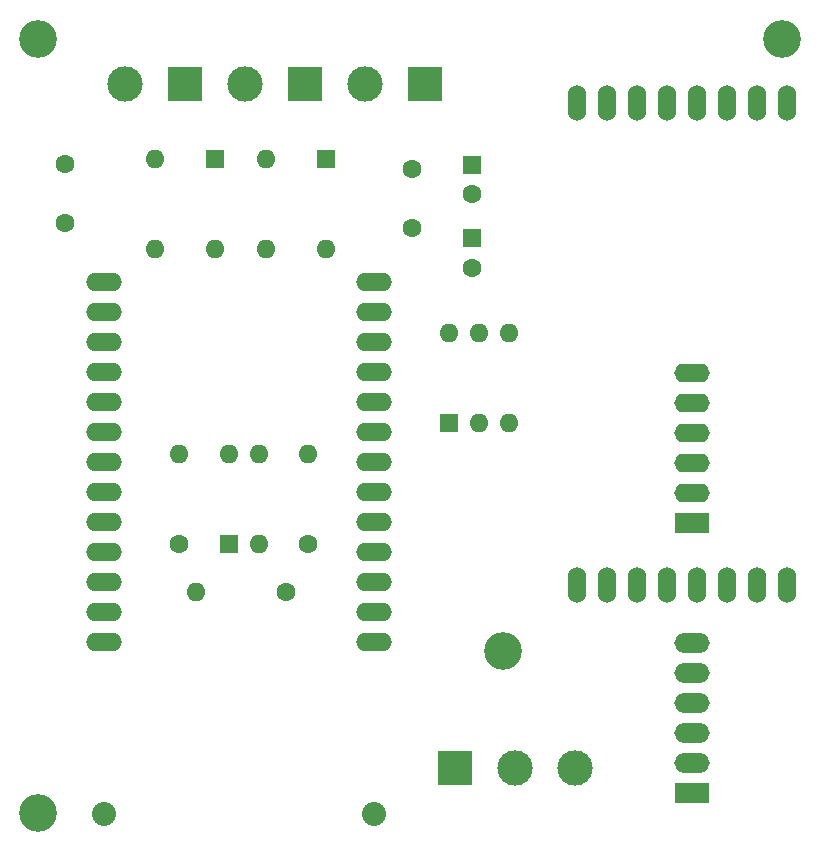
<source format=gbs>
G04 #@! TF.GenerationSoftware,KiCad,Pcbnew,5.1.10-88a1d61d58~90~ubuntu20.04.1*
G04 #@! TF.CreationDate,2021-07-14T18:43:21+02:00*
G04 #@! TF.ProjectId,master-wt32-eth01,6d617374-6572-42d7-9774-33322d657468,rev?*
G04 #@! TF.SameCoordinates,PX3a22d00PY8062360*
G04 #@! TF.FileFunction,Soldermask,Bot*
G04 #@! TF.FilePolarity,Negative*
%FSLAX46Y46*%
G04 Gerber Fmt 4.6, Leading zero omitted, Abs format (unit mm)*
G04 Created by KiCad (PCBNEW 5.1.10-88a1d61d58~90~ubuntu20.04.1) date 2021-07-14 18:43:21*
%MOMM*%
%LPD*%
G01*
G04 APERTURE LIST*
%ADD10C,3.200000*%
%ADD11O,1.524000X3.048000*%
%ADD12O,3.048000X1.524000*%
%ADD13C,2.032000*%
%ADD14R,1.600000X1.600000*%
%ADD15O,1.600000X1.600000*%
%ADD16C,1.600000*%
%ADD17C,3.000000*%
%ADD18R,3.000000X3.000000*%
%ADD19O,3.000000X1.700000*%
%ADD20R,3.000000X1.700000*%
%ADD21O,3.000000X1.600000*%
G04 APERTURE END LIST*
D10*
X106299000Y-109855000D03*
X66929000Y-123571000D03*
X129921000Y-58039000D03*
X66929000Y-58039000D03*
D11*
X115062000Y-104267000D03*
X117602000Y-104267000D03*
X120142000Y-104267000D03*
X122682000Y-104267000D03*
X125222000Y-104267000D03*
X127762000Y-104267000D03*
X115062000Y-63500000D03*
X117602000Y-63500000D03*
X120142000Y-63500000D03*
X122682000Y-63500000D03*
X125222000Y-63500000D03*
X127762000Y-63500000D03*
X130302000Y-104267000D03*
X112522000Y-104267000D03*
X112522000Y-63500000D03*
X130302000Y-63500000D03*
D12*
X72517000Y-109093000D03*
X72517000Y-78613000D03*
X72517000Y-81153000D03*
X72517000Y-83693000D03*
X72517000Y-86233000D03*
X72517000Y-88773000D03*
X72517000Y-91313000D03*
X72517000Y-93853000D03*
X72517000Y-96393000D03*
X72517000Y-98933000D03*
X72517000Y-101473000D03*
X72517000Y-104013000D03*
X72517000Y-106553000D03*
X95377000Y-109093000D03*
X95377000Y-106553000D03*
X95377000Y-104013000D03*
X95377000Y-101473000D03*
X95377000Y-98933000D03*
X95377000Y-96393000D03*
X95377000Y-93853000D03*
X95377000Y-91313000D03*
X95377000Y-88773000D03*
X95377000Y-86233000D03*
X95377000Y-83693000D03*
X95377000Y-81153000D03*
X95377000Y-78613000D03*
D13*
X95377000Y-123698000D03*
X72517000Y-123698000D03*
D14*
X91313000Y-68199000D03*
D15*
X86233000Y-75819000D03*
X86233000Y-68199000D03*
X91313000Y-75819000D03*
D14*
X81915000Y-68199000D03*
D15*
X76835000Y-75819000D03*
X76835000Y-68199000D03*
X81915000Y-75819000D03*
D16*
X98552000Y-74088000D03*
X98552000Y-69088000D03*
X69215000Y-68660000D03*
X69215000Y-73660000D03*
X103632000Y-71207000D03*
D14*
X103632000Y-68707000D03*
D16*
X103632000Y-77430000D03*
D14*
X103632000Y-74930000D03*
D15*
X78867000Y-93218000D03*
D16*
X78867000Y-100838000D03*
D15*
X83058000Y-93218000D03*
X85598000Y-100838000D03*
X85598000Y-93218000D03*
D14*
X83058000Y-100838000D03*
D15*
X89789000Y-93218000D03*
D16*
X89789000Y-100838000D03*
D15*
X101727000Y-82931000D03*
X106807000Y-90551000D03*
X104267000Y-82931000D03*
X104267000Y-90551000D03*
X106807000Y-82931000D03*
D14*
X101727000Y-90551000D03*
D17*
X94615000Y-61849000D03*
D18*
X99695000Y-61849000D03*
D15*
X80264000Y-104902000D03*
D16*
X87884000Y-104902000D03*
D17*
X112395000Y-119761000D03*
X107315000Y-119761000D03*
D18*
X102235000Y-119761000D03*
D17*
X84455000Y-61849000D03*
D18*
X89535000Y-61849000D03*
D17*
X74295000Y-61849000D03*
D18*
X79375000Y-61849000D03*
D19*
X122301000Y-109220000D03*
X122301000Y-111760000D03*
X122301000Y-114300000D03*
X122301000Y-116840000D03*
X122301000Y-119380000D03*
D20*
X122301000Y-121920000D03*
D21*
X122301000Y-86360000D03*
X122301000Y-88900000D03*
X122301000Y-91440000D03*
X122301000Y-93980000D03*
X122301000Y-96520000D03*
D20*
X122301000Y-99060000D03*
M02*

</source>
